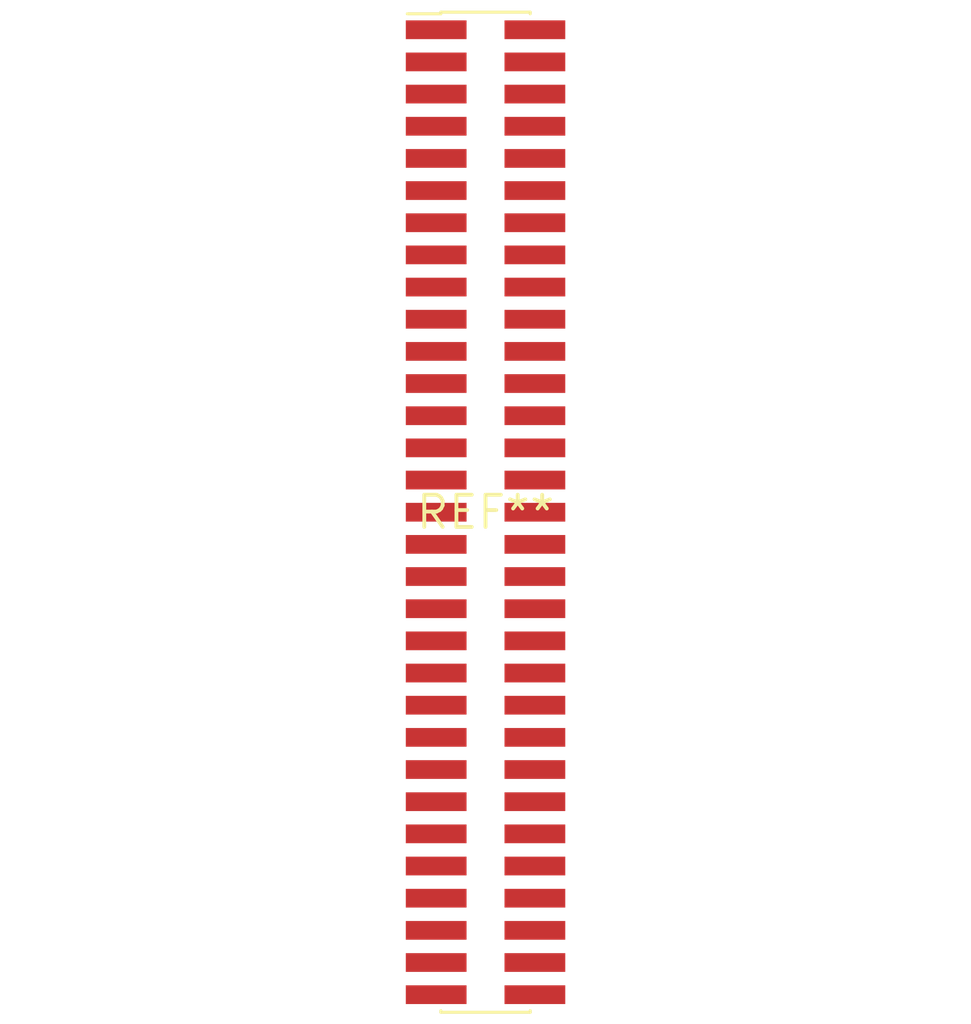
<source format=kicad_pcb>
(kicad_pcb (version 20240108) (generator pcbnew)
  (layers (0 "F.Cu" signal) (31 "B.Cu" signal) (34 "B.Paste" user) (35 "F.Paste" user) (36 "B.SilkS" user "B.Silkscreen") (37 "F.SilkS" user "F.Silkscreen") (38 "B.Mask" user) (39 "F.Mask" user) (44 "Edge.Cuts" user))
  (net 0 "")
  (footprint "PinHeader_2x31_P1.27mm_Vertical_SMD" (layer "F.Cu") (at 0 0)
    (property "Reference" "REF**")
    (property "Value" "PinHeader_2x31_P1.27mm_Vertical_SMD")
    (fp_line (start -3.09 -19.68) (end -1.765 -19.68) (layer "F.SilkS") (stroke (width 0.12)))
    (fp_line (start -1.765 -19.745) (end -1.765 -19.68) (layer "F.SilkS") (stroke (width 0.12)))
    (fp_line (start -1.765 -19.745) (end 1.765 -19.745) (layer "F.SilkS") (stroke (width 0.12)))
    (fp_line (start -1.765 19.68) (end -1.765 19.745) (layer "F.SilkS") (stroke (width 0.12)))
    (fp_line (start -1.765 19.745) (end 1.765 19.745) (layer "F.SilkS") (stroke (width 0.12)))
    (fp_line (start 1.765 -19.745) (end 1.765 -19.68) (layer "F.SilkS") (stroke (width 0.12)))
    (fp_line (start 1.765 19.68) (end 1.765 19.745) (layer "F.SilkS") (stroke (width 0.12)))
    (pad "1" smd rect (at -1.95 -19.05) (size 2.4 0.74) (layers "F.Cu" "F.Paste" "F.Mask"))
    (pad "2" smd rect (at 1.95 -19.05) (size 2.4 0.74) (layers "F.Cu" "F.Paste" "F.Mask"))
    (pad "3" smd rect (at -1.95 -17.78) (size 2.4 0.74) (layers "F.Cu" "F.Paste" "F.Mask"))
    (pad "4" smd rect (at 1.95 -17.78) (size 2.4 0.74) (layers "F.Cu" "F.Paste" "F.Mask"))
    (pad "5" smd rect (at -1.95 -16.51) (size 2.4 0.74) (layers "F.Cu" "F.Paste" "F.Mask"))
    (pad "6" smd rect (at 1.95 -16.51) (size 2.4 0.74) (layers "F.Cu" "F.Paste" "F.Mask"))
    (pad "7" smd rect (at -1.95 -15.24) (size 2.4 0.74) (layers "F.Cu" "F.Paste" "F.Mask"))
    (pad "8" smd rect (at 1.95 -15.24) (size 2.4 0.74) (layers "F.Cu" "F.Paste" "F.Mask"))
    (pad "9" smd rect (at -1.95 -13.97) (size 2.4 0.74) (layers "F.Cu" "F.Paste" "F.Mask"))
    (pad "10" smd rect (at 1.95 -13.97) (size 2.4 0.74) (layers "F.Cu" "F.Paste" "F.Mask"))
    (pad "11" smd rect (at -1.95 -12.7) (size 2.4 0.74) (layers "F.Cu" "F.Paste" "F.Mask"))
    (pad "12" smd rect (at 1.95 -12.7) (size 2.4 0.74) (layers "F.Cu" "F.Paste" "F.Mask"))
    (pad "13" smd rect (at -1.95 -11.43) (size 2.4 0.74) (layers "F.Cu" "F.Paste" "F.Mask"))
    (pad "14" smd rect (at 1.95 -11.43) (size 2.4 0.74) (layers "F.Cu" "F.Paste" "F.Mask"))
    (pad "15" smd rect (at -1.95 -10.16) (size 2.4 0.74) (layers "F.Cu" "F.Paste" "F.Mask"))
    (pad "16" smd rect (at 1.95 -10.16) (size 2.4 0.74) (layers "F.Cu" "F.Paste" "F.Mask"))
    (pad "17" smd rect (at -1.95 -8.89) (size 2.4 0.74) (layers "F.Cu" "F.Paste" "F.Mask"))
    (pad "18" smd rect (at 1.95 -8.89) (size 2.4 0.74) (layers "F.Cu" "F.Paste" "F.Mask"))
    (pad "19" smd rect (at -1.95 -7.62) (size 2.4 0.74) (layers "F.Cu" "F.Paste" "F.Mask"))
    (pad "20" smd rect (at 1.95 -7.62) (size 2.4 0.74) (layers "F.Cu" "F.Paste" "F.Mask"))
    (pad "21" smd rect (at -1.95 -6.35) (size 2.4 0.74) (layers "F.Cu" "F.Paste" "F.Mask"))
    (pad "22" smd rect (at 1.95 -6.35) (size 2.4 0.74) (layers "F.Cu" "F.Paste" "F.Mask"))
    (pad "23" smd rect (at -1.95 -5.08) (size 2.4 0.74) (layers "F.Cu" "F.Paste" "F.Mask"))
    (pad "24" smd rect (at 1.95 -5.08) (size 2.4 0.74) (layers "F.Cu" "F.Paste" "F.Mask"))
    (pad "25" smd rect (at -1.95 -3.81) (size 2.4 0.74) (layers "F.Cu" "F.Paste" "F.Mask"))
    (pad "26" smd rect (at 1.95 -3.81) (size 2.4 0.74) (layers "F.Cu" "F.Paste" "F.Mask"))
    (pad "27" smd rect (at -1.95 -2.54) (size 2.4 0.74) (layers "F.Cu" "F.Paste" "F.Mask"))
    (pad "28" smd rect (at 1.95 -2.54) (size 2.4 0.74) (layers "F.Cu" "F.Paste" "F.Mask"))
    (pad "29" smd rect (at -1.95 -1.27) (size 2.4 0.74) (layers "F.Cu" "F.Paste" "F.Mask"))
    (pad "30" smd rect (at 1.95 -1.27) (size 2.4 0.74) (layers "F.Cu" "F.Paste" "F.Mask"))
    (pad "31" smd rect (at -1.95 0) (size 2.4 0.74) (layers "F.Cu" "F.Paste" "F.Mask"))
    (pad "32" smd rect (at 1.95 0) (size 2.4 0.74) (layers "F.Cu" "F.Paste" "F.Mask"))
    (pad "33" smd rect (at -1.95 1.27) (size 2.4 0.74) (layers "F.Cu" "F.Paste" "F.Mask"))
    (pad "34" smd rect (at 1.95 1.27) (size 2.4 0.74) (layers "F.Cu" "F.Paste" "F.Mask"))
    (pad "35" smd rect (at -1.95 2.54) (size 2.4 0.74) (layers "F.Cu" "F.Paste" "F.Mask"))
    (pad "36" smd rect (at 1.95 2.54) (size 2.4 0.74) (layers "F.Cu" "F.Paste" "F.Mask"))
    (pad "37" smd rect (at -1.95 3.81) (size 2.4 0.74) (layers "F.Cu" "F.Paste" "F.Mask"))
    (pad "38" smd rect (at 1.95 3.81) (size 2.4 0.74) (layers "F.Cu" "F.Paste" "F.Mask"))
    (pad "39" smd rect (at -1.95 5.08) (size 2.4 0.74) (layers "F.Cu" "F.Paste" "F.Mask"))
    (pad "40" smd rect (at 1.95 5.08) (size 2.4 0.74) (layers "F.Cu" "F.Paste" "F.Mask"))
    (pad "41" smd rect (at -1.95 6.35) (size 2.4 0.74) (layers "F.Cu" "F.Paste" "F.Mask"))
    (pad "42" smd rect (at 1.95 6.35) (size 2.4 0.74) (layers "F.Cu" "F.Paste" "F.Mask"))
    (pad "43" smd rect (at -1.95 7.62) (size 2.4 0.74) (layers "F.Cu" "F.Paste" "F.Mask"))
    (pad "44" smd rect (at 1.95 7.62) (size 2.4 0.74) (layers "F.Cu" "F.Paste" "F.Mask"))
    (pad "45" smd rect (at -1.95 8.89) (size 2.4 0.74) (layers "F.Cu" "F.Paste" "F.Mask"))
    (pad "46" smd rect (at 1.95 8.89) (size 2.4 0.74) (layers "F.Cu" "F.Paste" "F.Mask"))
    (pad "47" smd rect (at -1.95 10.16) (size 2.4 0.74) (layers "F.Cu" "F.Paste" "F.Mask"))
    (pad "48" smd rect (at 1.95 10.16) (size 2.4 0.74) (layers "F.Cu" "F.Paste" "F.Mask"))
    (pad "49" smd rect (at -1.95 11.43) (size 2.4 0.74) (layers "F.Cu" "F.Paste" "F.Mask"))
    (pad "50" smd rect (at 1.95 11.43) (size 2.4 0.74) (layers "F.Cu" "F.Paste" "F.Mask"))
    (pad "51" smd rect (at -1.95 12.7) (size 2.4 0.74) (layers "F.Cu" "F.Paste" "F.Mask"))
    (pad "52" smd rect (at 1.95 12.7) (size 2.4 0.74) (layers "F.Cu" "F.Paste" "F.Mask"))
    (pad "53" smd rect (at -1.95 13.97) (size 2.4 0.74) (layers "F.Cu" "F.Paste" "F.Mask"))
    (pad "54" smd rect (at 1.95 13.97) (size 2.4 0.74) (layers "F.Cu" "F.Paste" "F.Mask"))
    (pad "55" smd rect (at -1.95 15.24) (size 2.4 0.74) (layers "F.Cu" "F.Paste" "F.Mask"))
    (pad "56" smd rect (at 1.95 15.24) (size 2.4 0.74) (layers "F.Cu" "F.Paste" "F.Mask"))
    (pad "57" smd rect (at -1.95 16.51) (size 2.4 0.74) (layers "F.Cu" "F.Paste" "F.Mask"))
    (pad "58" smd rect (at 1.95 16.51) (size 2.4 0.74) (layers "F.Cu" "F.Paste" "F.Mask"))
    (pad "59" smd rect (at -1.95 17.78) (size 2.4 0.74) (layers "F.Cu" "F.Paste" "F.Mask"))
    (pad "60" smd rect (at 1.95 17.78) (size 2.4 0.74) (layers "F.Cu" "F.Paste" "F.Mask"))
    (pad "61" smd rect (at -1.95 19.05) (size 2.4 0.74) (layers "F.Cu" "F.Paste" "F.Mask"))
    (pad "62" smd rect (at 1.95 19.05) (size 2.4 0.74) (layers "F.Cu" "F.Paste" "F.Mask"))
  )
)
</source>
